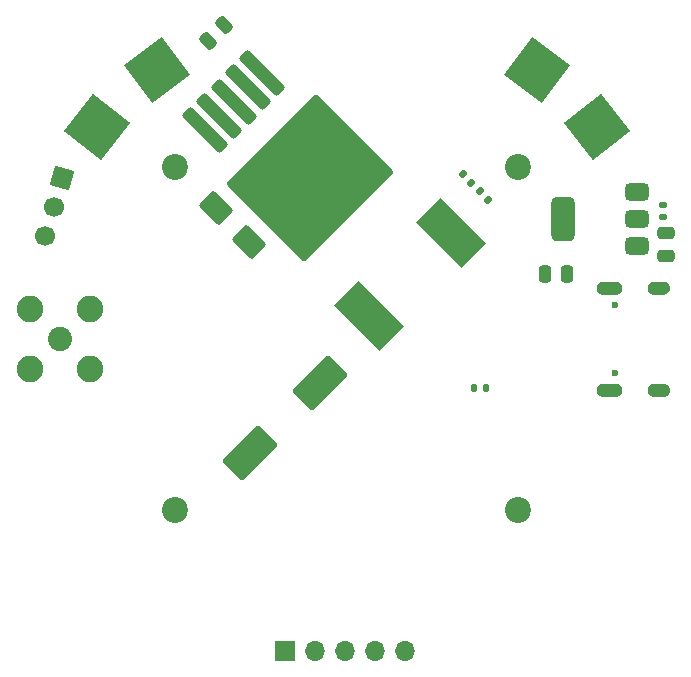
<source format=gbr>
%TF.GenerationSoftware,KiCad,Pcbnew,8.0.1*%
%TF.CreationDate,2024-09-30T12:45:29-07:00*%
%TF.ProjectId,rocketBeaconModule,726f636b-6574-4426-9561-636f6e4d6f64,rev?*%
%TF.SameCoordinates,Original*%
%TF.FileFunction,Soldermask,Bot*%
%TF.FilePolarity,Negative*%
%FSLAX46Y46*%
G04 Gerber Fmt 4.6, Leading zero omitted, Abs format (unit mm)*
G04 Created by KiCad (PCBNEW 8.0.1) date 2024-09-30 12:45:29*
%MOMM*%
%LPD*%
G01*
G04 APERTURE LIST*
G04 Aperture macros list*
%AMRoundRect*
0 Rectangle with rounded corners*
0 $1 Rounding radius*
0 $2 $3 $4 $5 $6 $7 $8 $9 X,Y pos of 4 corners*
0 Add a 4 corners polygon primitive as box body*
4,1,4,$2,$3,$4,$5,$6,$7,$8,$9,$2,$3,0*
0 Add four circle primitives for the rounded corners*
1,1,$1+$1,$2,$3*
1,1,$1+$1,$4,$5*
1,1,$1+$1,$6,$7*
1,1,$1+$1,$8,$9*
0 Add four rect primitives between the rounded corners*
20,1,$1+$1,$2,$3,$4,$5,0*
20,1,$1+$1,$4,$5,$6,$7,0*
20,1,$1+$1,$6,$7,$8,$9,0*
20,1,$1+$1,$8,$9,$2,$3,0*%
%AMHorizOval*
0 Thick line with rounded ends*
0 $1 width*
0 $2 $3 position (X,Y) of the first rounded end (center of the circle)*
0 $4 $5 position (X,Y) of the second rounded end (center of the circle)*
0 Add line between two ends*
20,1,$1,$2,$3,$4,$5,0*
0 Add two circle primitives to create the rounded ends*
1,1,$1,$2,$3*
1,1,$1,$4,$5*%
%AMRotRect*
0 Rectangle, with rotation*
0 The origin of the aperture is its center*
0 $1 length*
0 $2 width*
0 $3 Rotation angle, in degrees counterclockwise*
0 Add horizontal line*
21,1,$1,$2,0,0,$3*%
G04 Aperture macros list end*
%ADD10C,0.010000*%
%ADD11RotRect,2.900000X5.400000X225.000000*%
%ADD12RotRect,1.700000X1.700000X344.000000*%
%ADD13HorizOval,1.700000X0.000000X0.000000X0.000000X0.000000X0*%
%ADD14R,1.700000X1.700000*%
%ADD15O,1.700000X1.700000*%
%ADD16C,2.200000*%
%ADD17RotRect,4.000000X4.000000X37.000000*%
%ADD18C,2.050000*%
%ADD19C,2.250000*%
%ADD20RotRect,4.000000X4.000000X52.000000*%
%ADD21C,0.600000*%
%ADD22RoundRect,0.250000X-0.475000X0.250000X-0.475000X-0.250000X0.475000X-0.250000X0.475000X0.250000X0*%
%ADD23RoundRect,0.250000X-1.166726X0.247487X0.247487X-1.166726X1.166726X-0.247487X-0.247487X1.166726X0*%
%ADD24RoundRect,0.135000X-0.226274X-0.035355X-0.035355X-0.226274X0.226274X0.035355X0.035355X0.226274X0*%
%ADD25RoundRect,0.250000X-0.159099X0.512652X-0.512652X0.159099X0.159099X-0.512652X0.512652X-0.159099X0*%
%ADD26RoundRect,0.375000X0.625000X0.375000X-0.625000X0.375000X-0.625000X-0.375000X0.625000X-0.375000X0*%
%ADD27RoundRect,0.500000X0.500000X1.400000X-0.500000X1.400000X-0.500000X-1.400000X0.500000X-1.400000X0*%
%ADD28RoundRect,0.135000X0.185000X-0.135000X0.185000X0.135000X-0.185000X0.135000X-0.185000X-0.135000X0*%
%ADD29RoundRect,0.135000X0.135000X0.185000X-0.135000X0.185000X-0.135000X-0.185000X0.135000X-0.185000X0*%
%ADD30RoundRect,0.250000X-1.661701X1.237437X1.237437X-1.661701X1.661701X-1.237437X-1.237437X1.661701X0*%
%ADD31RoundRect,0.250002X-6.788222X-0.494975X-0.494975X-6.788222X6.788222X0.494975X0.494975X6.788222X0*%
%ADD32RotRect,4.000000X4.000000X143.000000*%
%ADD33RotRect,4.000000X4.000000X128.000000*%
%ADD34RoundRect,0.250000X-0.671751X-2.085965X2.085965X0.671751X0.671751X2.085965X-2.085965X-0.671751X0*%
%ADD35RoundRect,0.250000X0.250000X0.475000X-0.250000X0.475000X-0.250000X-0.475000X0.250000X-0.475000X0*%
G04 APERTURE END LIST*
D10*
%TO.C,J1*%
X94831000Y-121922000D02*
X94857000Y-121924000D01*
X94883000Y-121927000D01*
X94909001Y-121932000D01*
X94934000Y-121938000D01*
X94960000Y-121945000D01*
X94984000Y-121954000D01*
X95008001Y-121964000D01*
X95032000Y-121975000D01*
X95055000Y-121988000D01*
X95077000Y-122002000D01*
X95099000Y-122016000D01*
X95120000Y-122032001D01*
X95140000Y-122049000D01*
X95159000Y-122067000D01*
X95177000Y-122086000D01*
X95194000Y-122106001D01*
X95210000Y-122127000D01*
X95224000Y-122149000D01*
X95238000Y-122171000D01*
X95251000Y-122194000D01*
X95262000Y-122218000D01*
X95272000Y-122242000D01*
X95281000Y-122266000D01*
X95288000Y-122291999D01*
X95294000Y-122317000D01*
X95299000Y-122343000D01*
X95302000Y-122369000D01*
X95304000Y-122395000D01*
X95305000Y-122421000D01*
X95304000Y-122451000D01*
X95301000Y-122478000D01*
X95297000Y-122504000D01*
X95292000Y-122530000D01*
X95285000Y-122555000D01*
X95278000Y-122580000D01*
X95268000Y-122605000D01*
X95258000Y-122629000D01*
X95246000Y-122652999D01*
X95233000Y-122676000D01*
X95219000Y-122698000D01*
X95203000Y-122720000D01*
X95187000Y-122741000D01*
X95169000Y-122760000D01*
X95151000Y-122779000D01*
X95131000Y-122797000D01*
X95111000Y-122814000D01*
X95090000Y-122830000D01*
X95068000Y-122844000D01*
X95045000Y-122858000D01*
X95021000Y-122870001D01*
X94997000Y-122881000D01*
X94973000Y-122891000D01*
X94948000Y-122899000D01*
X94922000Y-122906000D01*
X94896000Y-122912000D01*
X94869999Y-122916000D01*
X94844000Y-122919000D01*
X94818000Y-122921000D01*
X94795000Y-122921000D01*
X93694999Y-122921000D01*
X93665000Y-122920000D01*
X93640000Y-122917000D01*
X93614000Y-122914000D01*
X93589000Y-122908000D01*
X93563999Y-122902000D01*
X93539000Y-122894000D01*
X93515000Y-122885000D01*
X93491000Y-122875000D01*
X93468000Y-122863000D01*
X93445000Y-122850000D01*
X93422999Y-122836000D01*
X93402001Y-122821000D01*
X93382000Y-122805000D01*
X93362000Y-122788000D01*
X93344000Y-122770000D01*
X93326000Y-122751000D01*
X93310000Y-122731000D01*
X93294000Y-122710000D01*
X93280000Y-122688000D01*
X93267000Y-122666000D01*
X93255000Y-122643000D01*
X93244000Y-122619000D01*
X93235000Y-122595000D01*
X93227000Y-122571000D01*
X93220000Y-122546000D01*
X93214000Y-122520000D01*
X93210000Y-122495000D01*
X93207000Y-122469000D01*
X93205000Y-122443000D01*
X93205000Y-122421000D01*
X93206000Y-122395000D01*
X93208000Y-122369001D01*
X93211000Y-122343000D01*
X93216000Y-122317000D01*
X93222000Y-122292000D01*
X93229000Y-122266000D01*
X93238000Y-122242000D01*
X93248000Y-122218000D01*
X93258999Y-122194000D01*
X93272000Y-122171000D01*
X93286000Y-122149000D01*
X93300000Y-122127000D01*
X93316000Y-122106000D01*
X93333000Y-122086000D01*
X93351000Y-122067000D01*
X93370000Y-122049000D01*
X93390000Y-122032000D01*
X93411001Y-122016000D01*
X93433000Y-122001999D01*
X93455000Y-121988000D01*
X93478000Y-121975000D01*
X93502000Y-121964000D01*
X93526000Y-121954000D01*
X93550000Y-121945000D01*
X93576000Y-121938000D01*
X93601000Y-121932000D01*
X93627000Y-121927000D01*
X93653000Y-121924001D01*
X93679000Y-121922000D01*
X93705000Y-121921000D01*
X94805000Y-121921000D01*
X94831000Y-121922000D01*
G36*
X94831000Y-121922000D02*
G01*
X94857000Y-121924000D01*
X94883000Y-121927000D01*
X94909001Y-121932000D01*
X94934000Y-121938000D01*
X94960000Y-121945000D01*
X94984000Y-121954000D01*
X95008001Y-121964000D01*
X95032000Y-121975000D01*
X95055000Y-121988000D01*
X95077000Y-122002000D01*
X95099000Y-122016000D01*
X95120000Y-122032001D01*
X95140000Y-122049000D01*
X95159000Y-122067000D01*
X95177000Y-122086000D01*
X95194000Y-122106001D01*
X95210000Y-122127000D01*
X95224000Y-122149000D01*
X95238000Y-122171000D01*
X95251000Y-122194000D01*
X95262000Y-122218000D01*
X95272000Y-122242000D01*
X95281000Y-122266000D01*
X95288000Y-122291999D01*
X95294000Y-122317000D01*
X95299000Y-122343000D01*
X95302000Y-122369000D01*
X95304000Y-122395000D01*
X95305000Y-122421000D01*
X95304000Y-122451000D01*
X95301000Y-122478000D01*
X95297000Y-122504000D01*
X95292000Y-122530000D01*
X95285000Y-122555000D01*
X95278000Y-122580000D01*
X95268000Y-122605000D01*
X95258000Y-122629000D01*
X95246000Y-122652999D01*
X95233000Y-122676000D01*
X95219000Y-122698000D01*
X95203000Y-122720000D01*
X95187000Y-122741000D01*
X95169000Y-122760000D01*
X95151000Y-122779000D01*
X95131000Y-122797000D01*
X95111000Y-122814000D01*
X95090000Y-122830000D01*
X95068000Y-122844000D01*
X95045000Y-122858000D01*
X95021000Y-122870001D01*
X94997000Y-122881000D01*
X94973000Y-122891000D01*
X94948000Y-122899000D01*
X94922000Y-122906000D01*
X94896000Y-122912000D01*
X94869999Y-122916000D01*
X94844000Y-122919000D01*
X94818000Y-122921000D01*
X94795000Y-122921000D01*
X93694999Y-122921000D01*
X93665000Y-122920000D01*
X93640000Y-122917000D01*
X93614000Y-122914000D01*
X93589000Y-122908000D01*
X93563999Y-122902000D01*
X93539000Y-122894000D01*
X93515000Y-122885000D01*
X93491000Y-122875000D01*
X93468000Y-122863000D01*
X93445000Y-122850000D01*
X93422999Y-122836000D01*
X93402001Y-122821000D01*
X93382000Y-122805000D01*
X93362000Y-122788000D01*
X93344000Y-122770000D01*
X93326000Y-122751000D01*
X93310000Y-122731000D01*
X93294000Y-122710000D01*
X93280000Y-122688000D01*
X93267000Y-122666000D01*
X93255000Y-122643000D01*
X93244000Y-122619000D01*
X93235000Y-122595000D01*
X93227000Y-122571000D01*
X93220000Y-122546000D01*
X93214000Y-122520000D01*
X93210000Y-122495000D01*
X93207000Y-122469000D01*
X93205000Y-122443000D01*
X93205000Y-122421000D01*
X93206000Y-122395000D01*
X93208000Y-122369001D01*
X93211000Y-122343000D01*
X93216000Y-122317000D01*
X93222000Y-122292000D01*
X93229000Y-122266000D01*
X93238000Y-122242000D01*
X93248000Y-122218000D01*
X93258999Y-122194000D01*
X93272000Y-122171000D01*
X93286000Y-122149000D01*
X93300000Y-122127000D01*
X93316000Y-122106000D01*
X93333000Y-122086000D01*
X93351000Y-122067000D01*
X93370000Y-122049000D01*
X93390000Y-122032000D01*
X93411001Y-122016000D01*
X93433000Y-122001999D01*
X93455000Y-121988000D01*
X93478000Y-121975000D01*
X93502000Y-121964000D01*
X93526000Y-121954000D01*
X93550000Y-121945000D01*
X93576000Y-121938000D01*
X93601000Y-121932000D01*
X93627000Y-121927000D01*
X93653000Y-121924001D01*
X93679000Y-121922000D01*
X93705000Y-121921000D01*
X94805000Y-121921000D01*
X94831000Y-121922000D01*
G37*
X94805000Y-130571000D02*
X94831000Y-130572000D01*
X94857000Y-130574000D01*
X94883000Y-130577000D01*
X94909000Y-130582000D01*
X94934000Y-130588000D01*
X94960000Y-130595000D01*
X94984001Y-130604000D01*
X95008000Y-130614000D01*
X95032000Y-130625000D01*
X95055000Y-130638000D01*
X95077000Y-130652001D01*
X95099000Y-130666000D01*
X95120000Y-130682000D01*
X95140000Y-130699000D01*
X95159000Y-130717000D01*
X95177000Y-130736000D01*
X95194000Y-130756000D01*
X95210000Y-130777000D01*
X95224000Y-130799000D01*
X95238000Y-130821000D01*
X95251000Y-130844001D01*
X95262000Y-130868000D01*
X95272000Y-130892000D01*
X95281000Y-130916000D01*
X95288000Y-130942000D01*
X95294000Y-130967000D01*
X95299000Y-130993000D01*
X95302000Y-131019000D01*
X95304000Y-131045000D01*
X95305000Y-131071000D01*
X95304000Y-131097000D01*
X95302000Y-131123000D01*
X95299000Y-131149000D01*
X95294000Y-131175000D01*
X95288000Y-131200001D01*
X95281000Y-131226000D01*
X95272000Y-131250000D01*
X95262000Y-131274000D01*
X95251000Y-131298000D01*
X95238000Y-131321000D01*
X95224000Y-131343000D01*
X95210000Y-131365000D01*
X95194000Y-131385999D01*
X95177000Y-131406000D01*
X95159000Y-131425000D01*
X95140000Y-131443000D01*
X95120000Y-131459999D01*
X95099000Y-131476000D01*
X95077000Y-131490000D01*
X95055000Y-131504000D01*
X95032000Y-131517000D01*
X95008001Y-131528000D01*
X94984000Y-131538000D01*
X94960000Y-131547000D01*
X94934000Y-131554000D01*
X94909001Y-131560000D01*
X94883000Y-131565000D01*
X94857000Y-131568000D01*
X94831000Y-131570000D01*
X94805000Y-131571000D01*
X93705000Y-131571000D01*
X93679000Y-131570000D01*
X93653000Y-131567999D01*
X93627000Y-131565000D01*
X93601000Y-131560000D01*
X93576000Y-131554000D01*
X93550000Y-131547000D01*
X93526000Y-131538000D01*
X93502000Y-131528000D01*
X93478000Y-131517000D01*
X93455000Y-131504000D01*
X93433000Y-131490001D01*
X93411001Y-131476000D01*
X93390000Y-131460000D01*
X93370000Y-131443000D01*
X93351000Y-131425000D01*
X93333000Y-131406000D01*
X93316000Y-131386000D01*
X93300000Y-131365000D01*
X93286000Y-131343000D01*
X93272000Y-131321000D01*
X93258999Y-131298000D01*
X93248000Y-131274000D01*
X93238000Y-131250000D01*
X93229000Y-131226000D01*
X93222000Y-131200000D01*
X93216000Y-131175000D01*
X93211000Y-131149000D01*
X93208000Y-131122999D01*
X93206000Y-131097000D01*
X93205000Y-131071000D01*
X93206000Y-131045000D01*
X93208000Y-131019000D01*
X93211000Y-130993000D01*
X93216000Y-130967000D01*
X93221999Y-130942000D01*
X93229000Y-130916000D01*
X93238000Y-130892000D01*
X93248000Y-130868000D01*
X93259000Y-130844000D01*
X93272000Y-130821000D01*
X93286000Y-130799000D01*
X93300000Y-130777000D01*
X93316000Y-130756000D01*
X93333000Y-130736000D01*
X93351000Y-130717000D01*
X93370000Y-130699000D01*
X93390000Y-130682000D01*
X93411000Y-130666000D01*
X93433000Y-130652000D01*
X93455000Y-130638000D01*
X93478000Y-130625000D01*
X93502000Y-130614000D01*
X93526000Y-130604000D01*
X93549999Y-130595000D01*
X93576000Y-130588000D01*
X93601000Y-130582001D01*
X93627000Y-130577000D01*
X93653000Y-130574000D01*
X93679000Y-130572000D01*
X93705000Y-130570999D01*
X94805000Y-130571000D01*
G36*
X94805000Y-130571000D02*
G01*
X94831000Y-130572000D01*
X94857000Y-130574000D01*
X94883000Y-130577000D01*
X94909000Y-130582000D01*
X94934000Y-130588000D01*
X94960000Y-130595000D01*
X94984001Y-130604000D01*
X95008000Y-130614000D01*
X95032000Y-130625000D01*
X95055000Y-130638000D01*
X95077000Y-130652001D01*
X95099000Y-130666000D01*
X95120000Y-130682000D01*
X95140000Y-130699000D01*
X95159000Y-130717000D01*
X95177000Y-130736000D01*
X95194000Y-130756000D01*
X95210000Y-130777000D01*
X95224000Y-130799000D01*
X95238000Y-130821000D01*
X95251000Y-130844001D01*
X95262000Y-130868000D01*
X95272000Y-130892000D01*
X95281000Y-130916000D01*
X95288000Y-130942000D01*
X95294000Y-130967000D01*
X95299000Y-130993000D01*
X95302000Y-131019000D01*
X95304000Y-131045000D01*
X95305000Y-131071000D01*
X95304000Y-131097000D01*
X95302000Y-131123000D01*
X95299000Y-131149000D01*
X95294000Y-131175000D01*
X95288000Y-131200001D01*
X95281000Y-131226000D01*
X95272000Y-131250000D01*
X95262000Y-131274000D01*
X95251000Y-131298000D01*
X95238000Y-131321000D01*
X95224000Y-131343000D01*
X95210000Y-131365000D01*
X95194000Y-131385999D01*
X95177000Y-131406000D01*
X95159000Y-131425000D01*
X95140000Y-131443000D01*
X95120000Y-131459999D01*
X95099000Y-131476000D01*
X95077000Y-131490000D01*
X95055000Y-131504000D01*
X95032000Y-131517000D01*
X95008001Y-131528000D01*
X94984000Y-131538000D01*
X94960000Y-131547000D01*
X94934000Y-131554000D01*
X94909001Y-131560000D01*
X94883000Y-131565000D01*
X94857000Y-131568000D01*
X94831000Y-131570000D01*
X94805000Y-131571000D01*
X93705000Y-131571000D01*
X93679000Y-131570000D01*
X93653000Y-131567999D01*
X93627000Y-131565000D01*
X93601000Y-131560000D01*
X93576000Y-131554000D01*
X93550000Y-131547000D01*
X93526000Y-131538000D01*
X93502000Y-131528000D01*
X93478000Y-131517000D01*
X93455000Y-131504000D01*
X93433000Y-131490001D01*
X93411001Y-131476000D01*
X93390000Y-131460000D01*
X93370000Y-131443000D01*
X93351000Y-131425000D01*
X93333000Y-131406000D01*
X93316000Y-131386000D01*
X93300000Y-131365000D01*
X93286000Y-131343000D01*
X93272000Y-131321000D01*
X93258999Y-131298000D01*
X93248000Y-131274000D01*
X93238000Y-131250000D01*
X93229000Y-131226000D01*
X93222000Y-131200000D01*
X93216000Y-131175000D01*
X93211000Y-131149000D01*
X93208000Y-131122999D01*
X93206000Y-131097000D01*
X93205000Y-131071000D01*
X93206000Y-131045000D01*
X93208000Y-131019000D01*
X93211000Y-130993000D01*
X93216000Y-130967000D01*
X93221999Y-130942000D01*
X93229000Y-130916000D01*
X93238000Y-130892000D01*
X93248000Y-130868000D01*
X93259000Y-130844000D01*
X93272000Y-130821000D01*
X93286000Y-130799000D01*
X93300000Y-130777000D01*
X93316000Y-130756000D01*
X93333000Y-130736000D01*
X93351000Y-130717000D01*
X93370000Y-130699000D01*
X93390000Y-130682000D01*
X93411000Y-130666000D01*
X93433000Y-130652000D01*
X93455000Y-130638000D01*
X93478000Y-130625000D01*
X93502000Y-130614000D01*
X93526000Y-130604000D01*
X93549999Y-130595000D01*
X93576000Y-130588000D01*
X93601000Y-130582001D01*
X93627000Y-130577000D01*
X93653000Y-130574000D01*
X93679000Y-130572000D01*
X93705000Y-130570999D01*
X94805000Y-130571000D01*
G37*
X98851000Y-121921999D02*
X98877000Y-121924000D01*
X98903000Y-121926999D01*
X98929000Y-121932000D01*
X98954000Y-121938000D01*
X98980000Y-121945000D01*
X99004000Y-121954000D01*
X99028000Y-121964000D01*
X99051999Y-121975000D01*
X99074999Y-121988000D01*
X99097000Y-122002000D01*
X99119000Y-122016000D01*
X99140000Y-122032000D01*
X99160000Y-122049000D01*
X99179000Y-122067000D01*
X99197000Y-122086000D01*
X99214000Y-122106000D01*
X99230000Y-122127000D01*
X99244000Y-122149001D01*
X99257999Y-122171000D01*
X99271000Y-122194000D01*
X99282000Y-122218000D01*
X99292001Y-122242000D01*
X99301000Y-122266000D01*
X99308000Y-122292000D01*
X99314000Y-122317000D01*
X99319000Y-122343000D01*
X99322000Y-122369000D01*
X99324000Y-122394999D01*
X99325000Y-122421000D01*
X99324000Y-122447000D01*
X99322000Y-122473000D01*
X99319000Y-122499000D01*
X99314000Y-122525000D01*
X99308000Y-122550000D01*
X99301000Y-122576000D01*
X99292000Y-122600000D01*
X99282000Y-122624000D01*
X99271000Y-122648000D01*
X99258000Y-122671000D01*
X99244000Y-122693000D01*
X99230000Y-122715001D01*
X99214000Y-122736000D01*
X99196999Y-122756000D01*
X99179000Y-122774999D01*
X99160000Y-122792999D01*
X99140000Y-122810000D01*
X99119001Y-122826000D01*
X99097000Y-122840000D01*
X99075000Y-122854000D01*
X99052000Y-122867000D01*
X99027999Y-122878000D01*
X99004000Y-122888000D01*
X98980000Y-122897000D01*
X98954000Y-122904000D01*
X98929000Y-122910000D01*
X98903000Y-122915000D01*
X98877000Y-122918000D01*
X98851000Y-122920000D01*
X98825000Y-122921000D01*
X98025000Y-122921000D01*
X97999000Y-122920000D01*
X97973000Y-122918000D01*
X97947000Y-122915000D01*
X97921000Y-122910000D01*
X97896000Y-122904000D01*
X97870000Y-122897000D01*
X97846000Y-122888000D01*
X97822001Y-122878000D01*
X97798000Y-122867000D01*
X97775000Y-122854000D01*
X97753000Y-122840000D01*
X97730999Y-122826000D01*
X97710000Y-122810000D01*
X97690000Y-122792999D01*
X97671000Y-122774999D01*
X97653001Y-122756000D01*
X97636000Y-122736000D01*
X97620000Y-122715001D01*
X97606000Y-122693000D01*
X97592000Y-122671000D01*
X97579000Y-122648000D01*
X97568000Y-122624000D01*
X97558000Y-122600000D01*
X97549000Y-122576000D01*
X97542000Y-122550000D01*
X97536000Y-122525000D01*
X97531000Y-122499000D01*
X97528000Y-122473000D01*
X97526000Y-122447000D01*
X97525000Y-122421000D01*
X97526000Y-122394999D01*
X97528000Y-122369000D01*
X97531000Y-122343000D01*
X97536000Y-122317000D01*
X97542000Y-122292000D01*
X97549000Y-122266000D01*
X97557999Y-122242000D01*
X97568000Y-122218000D01*
X97579000Y-122194000D01*
X97592001Y-122171000D01*
X97606000Y-122149001D01*
X97620000Y-122127000D01*
X97636000Y-122106000D01*
X97653000Y-122086000D01*
X97671000Y-122067000D01*
X97690000Y-122049000D01*
X97710000Y-122032000D01*
X97731000Y-122016000D01*
X97753000Y-122002000D01*
X97775001Y-121988000D01*
X97798001Y-121975000D01*
X97822000Y-121964000D01*
X97846000Y-121954000D01*
X97870000Y-121945000D01*
X97896000Y-121938000D01*
X97921000Y-121932000D01*
X97947000Y-121926999D01*
X97973000Y-121924000D01*
X97999000Y-121921999D01*
X98025000Y-121921000D01*
X98825000Y-121921000D01*
X98851000Y-121921999D01*
G36*
X98851000Y-121921999D02*
G01*
X98877000Y-121924000D01*
X98903000Y-121926999D01*
X98929000Y-121932000D01*
X98954000Y-121938000D01*
X98980000Y-121945000D01*
X99004000Y-121954000D01*
X99028000Y-121964000D01*
X99051999Y-121975000D01*
X99074999Y-121988000D01*
X99097000Y-122002000D01*
X99119000Y-122016000D01*
X99140000Y-122032000D01*
X99160000Y-122049000D01*
X99179000Y-122067000D01*
X99197000Y-122086000D01*
X99214000Y-122106000D01*
X99230000Y-122127000D01*
X99244000Y-122149001D01*
X99257999Y-122171000D01*
X99271000Y-122194000D01*
X99282000Y-122218000D01*
X99292001Y-122242000D01*
X99301000Y-122266000D01*
X99308000Y-122292000D01*
X99314000Y-122317000D01*
X99319000Y-122343000D01*
X99322000Y-122369000D01*
X99324000Y-122394999D01*
X99325000Y-122421000D01*
X99324000Y-122447000D01*
X99322000Y-122473000D01*
X99319000Y-122499000D01*
X99314000Y-122525000D01*
X99308000Y-122550000D01*
X99301000Y-122576000D01*
X99292000Y-122600000D01*
X99282000Y-122624000D01*
X99271000Y-122648000D01*
X99258000Y-122671000D01*
X99244000Y-122693000D01*
X99230000Y-122715001D01*
X99214000Y-122736000D01*
X99196999Y-122756000D01*
X99179000Y-122774999D01*
X99160000Y-122792999D01*
X99140000Y-122810000D01*
X99119001Y-122826000D01*
X99097000Y-122840000D01*
X99075000Y-122854000D01*
X99052000Y-122867000D01*
X99027999Y-122878000D01*
X99004000Y-122888000D01*
X98980000Y-122897000D01*
X98954000Y-122904000D01*
X98929000Y-122910000D01*
X98903000Y-122915000D01*
X98877000Y-122918000D01*
X98851000Y-122920000D01*
X98825000Y-122921000D01*
X98025000Y-122921000D01*
X97999000Y-122920000D01*
X97973000Y-122918000D01*
X97947000Y-122915000D01*
X97921000Y-122910000D01*
X97896000Y-122904000D01*
X97870000Y-122897000D01*
X97846000Y-122888000D01*
X97822001Y-122878000D01*
X97798000Y-122867000D01*
X97775000Y-122854000D01*
X97753000Y-122840000D01*
X97730999Y-122826000D01*
X97710000Y-122810000D01*
X97690000Y-122792999D01*
X97671000Y-122774999D01*
X97653001Y-122756000D01*
X97636000Y-122736000D01*
X97620000Y-122715001D01*
X97606000Y-122693000D01*
X97592000Y-122671000D01*
X97579000Y-122648000D01*
X97568000Y-122624000D01*
X97558000Y-122600000D01*
X97549000Y-122576000D01*
X97542000Y-122550000D01*
X97536000Y-122525000D01*
X97531000Y-122499000D01*
X97528000Y-122473000D01*
X97526000Y-122447000D01*
X97525000Y-122421000D01*
X97526000Y-122394999D01*
X97528000Y-122369000D01*
X97531000Y-122343000D01*
X97536000Y-122317000D01*
X97542000Y-122292000D01*
X97549000Y-122266000D01*
X97557999Y-122242000D01*
X97568000Y-122218000D01*
X97579000Y-122194000D01*
X97592001Y-122171000D01*
X97606000Y-122149001D01*
X97620000Y-122127000D01*
X97636000Y-122106000D01*
X97653000Y-122086000D01*
X97671000Y-122067000D01*
X97690000Y-122049000D01*
X97710000Y-122032000D01*
X97731000Y-122016000D01*
X97753000Y-122002000D01*
X97775001Y-121988000D01*
X97798001Y-121975000D01*
X97822000Y-121964000D01*
X97846000Y-121954000D01*
X97870000Y-121945000D01*
X97896000Y-121938000D01*
X97921000Y-121932000D01*
X97947000Y-121926999D01*
X97973000Y-121924000D01*
X97999000Y-121921999D01*
X98025000Y-121921000D01*
X98825000Y-121921000D01*
X98851000Y-121921999D01*
G37*
X98851000Y-130572000D02*
X98877000Y-130574000D01*
X98903000Y-130577000D01*
X98929000Y-130582000D01*
X98954000Y-130588000D01*
X98980000Y-130595000D01*
X99004000Y-130604000D01*
X99027999Y-130614000D01*
X99052000Y-130625000D01*
X99075000Y-130638000D01*
X99097000Y-130652000D01*
X99119001Y-130666000D01*
X99140000Y-130682000D01*
X99160000Y-130699001D01*
X99179000Y-130717001D01*
X99196999Y-130736000D01*
X99214000Y-130756000D01*
X99230000Y-130776999D01*
X99244000Y-130799000D01*
X99258000Y-130821000D01*
X99271000Y-130844000D01*
X99282000Y-130868000D01*
X99292000Y-130892000D01*
X99301000Y-130916000D01*
X99308000Y-130942000D01*
X99314000Y-130967000D01*
X99319000Y-130993000D01*
X99322000Y-131019000D01*
X99324000Y-131045000D01*
X99325000Y-131071000D01*
X99324000Y-131097001D01*
X99322000Y-131123000D01*
X99319000Y-131149000D01*
X99314000Y-131175000D01*
X99308000Y-131200000D01*
X99301000Y-131226000D01*
X99292001Y-131250000D01*
X99282000Y-131274000D01*
X99271000Y-131298000D01*
X99257999Y-131321000D01*
X99244000Y-131342999D01*
X99230000Y-131365000D01*
X99214000Y-131386000D01*
X99197000Y-131406000D01*
X99179000Y-131425000D01*
X99160000Y-131443000D01*
X99140000Y-131460000D01*
X99119000Y-131476000D01*
X99097000Y-131490000D01*
X99074999Y-131504000D01*
X99051999Y-131517000D01*
X99028000Y-131528000D01*
X99004000Y-131538000D01*
X98980000Y-131547000D01*
X98954000Y-131554000D01*
X98929000Y-131560000D01*
X98903000Y-131565001D01*
X98877000Y-131568000D01*
X98851000Y-131570001D01*
X98825000Y-131571000D01*
X98025000Y-131571000D01*
X97999000Y-131570001D01*
X97973000Y-131568000D01*
X97947000Y-131565001D01*
X97921000Y-131560000D01*
X97896000Y-131554000D01*
X97870000Y-131547000D01*
X97846000Y-131538000D01*
X97822000Y-131528000D01*
X97798001Y-131517000D01*
X97775001Y-131504000D01*
X97753000Y-131490000D01*
X97731000Y-131476000D01*
X97710000Y-131460000D01*
X97690000Y-131443000D01*
X97671000Y-131425000D01*
X97653000Y-131406000D01*
X97636000Y-131386000D01*
X97620000Y-131365000D01*
X97606000Y-131342999D01*
X97592001Y-131321000D01*
X97579000Y-131298000D01*
X97568000Y-131274000D01*
X97557999Y-131250000D01*
X97549000Y-131226000D01*
X97542000Y-131200000D01*
X97536000Y-131175000D01*
X97531000Y-131149000D01*
X97528000Y-131123000D01*
X97526000Y-131097001D01*
X97525000Y-131071000D01*
X97526000Y-131045000D01*
X97528000Y-131019000D01*
X97531000Y-130993000D01*
X97536000Y-130967000D01*
X97542000Y-130942000D01*
X97549000Y-130916000D01*
X97558000Y-130892000D01*
X97568000Y-130868000D01*
X97579000Y-130844000D01*
X97592000Y-130821000D01*
X97606000Y-130799000D01*
X97620000Y-130776999D01*
X97636000Y-130756000D01*
X97653001Y-130736000D01*
X97671000Y-130717001D01*
X97690000Y-130699001D01*
X97710000Y-130682000D01*
X97730999Y-130666000D01*
X97753000Y-130652000D01*
X97775000Y-130638000D01*
X97798000Y-130625000D01*
X97822001Y-130614000D01*
X97846000Y-130604000D01*
X97870000Y-130595000D01*
X97896000Y-130588000D01*
X97921000Y-130582000D01*
X97947000Y-130577000D01*
X97973000Y-130574000D01*
X97999000Y-130572000D01*
X98025000Y-130571000D01*
X98825000Y-130571000D01*
X98851000Y-130572000D01*
G36*
X98851000Y-130572000D02*
G01*
X98877000Y-130574000D01*
X98903000Y-130577000D01*
X98929000Y-130582000D01*
X98954000Y-130588000D01*
X98980000Y-130595000D01*
X99004000Y-130604000D01*
X99027999Y-130614000D01*
X99052000Y-130625000D01*
X99075000Y-130638000D01*
X99097000Y-130652000D01*
X99119001Y-130666000D01*
X99140000Y-130682000D01*
X99160000Y-130699001D01*
X99179000Y-130717001D01*
X99196999Y-130736000D01*
X99214000Y-130756000D01*
X99230000Y-130776999D01*
X99244000Y-130799000D01*
X99258000Y-130821000D01*
X99271000Y-130844000D01*
X99282000Y-130868000D01*
X99292000Y-130892000D01*
X99301000Y-130916000D01*
X99308000Y-130942000D01*
X99314000Y-130967000D01*
X99319000Y-130993000D01*
X99322000Y-131019000D01*
X99324000Y-131045000D01*
X99325000Y-131071000D01*
X99324000Y-131097001D01*
X99322000Y-131123000D01*
X99319000Y-131149000D01*
X99314000Y-131175000D01*
X99308000Y-131200000D01*
X99301000Y-131226000D01*
X99292001Y-131250000D01*
X99282000Y-131274000D01*
X99271000Y-131298000D01*
X99257999Y-131321000D01*
X99244000Y-131342999D01*
X99230000Y-131365000D01*
X99214000Y-131386000D01*
X99197000Y-131406000D01*
X99179000Y-131425000D01*
X99160000Y-131443000D01*
X99140000Y-131460000D01*
X99119000Y-131476000D01*
X99097000Y-131490000D01*
X99074999Y-131504000D01*
X99051999Y-131517000D01*
X99028000Y-131528000D01*
X99004000Y-131538000D01*
X98980000Y-131547000D01*
X98954000Y-131554000D01*
X98929000Y-131560000D01*
X98903000Y-131565001D01*
X98877000Y-131568000D01*
X98851000Y-131570001D01*
X98825000Y-131571000D01*
X98025000Y-131571000D01*
X97999000Y-131570001D01*
X97973000Y-131568000D01*
X97947000Y-131565001D01*
X97921000Y-131560000D01*
X97896000Y-131554000D01*
X97870000Y-131547000D01*
X97846000Y-131538000D01*
X97822000Y-131528000D01*
X97798001Y-131517000D01*
X97775001Y-131504000D01*
X97753000Y-131490000D01*
X97731000Y-131476000D01*
X97710000Y-131460000D01*
X97690000Y-131443000D01*
X97671000Y-131425000D01*
X97653000Y-131406000D01*
X97636000Y-131386000D01*
X97620000Y-131365000D01*
X97606000Y-131342999D01*
X97592001Y-131321000D01*
X97579000Y-131298000D01*
X97568000Y-131274000D01*
X97557999Y-131250000D01*
X97549000Y-131226000D01*
X97542000Y-131200000D01*
X97536000Y-131175000D01*
X97531000Y-131149000D01*
X97528000Y-131123000D01*
X97526000Y-131097001D01*
X97525000Y-131071000D01*
X97526000Y-131045000D01*
X97528000Y-131019000D01*
X97531000Y-130993000D01*
X97536000Y-130967000D01*
X97542000Y-130942000D01*
X97549000Y-130916000D01*
X97558000Y-130892000D01*
X97568000Y-130868000D01*
X97579000Y-130844000D01*
X97592000Y-130821000D01*
X97606000Y-130799000D01*
X97620000Y-130776999D01*
X97636000Y-130756000D01*
X97653001Y-130736000D01*
X97671000Y-130717001D01*
X97690000Y-130699001D01*
X97710000Y-130682000D01*
X97730999Y-130666000D01*
X97753000Y-130652000D01*
X97775000Y-130638000D01*
X97798000Y-130625000D01*
X97822001Y-130614000D01*
X97846000Y-130604000D01*
X97870000Y-130595000D01*
X97896000Y-130588000D01*
X97921000Y-130582000D01*
X97947000Y-130577000D01*
X97973000Y-130574000D01*
X97999000Y-130572000D01*
X98025000Y-130571000D01*
X98825000Y-130571000D01*
X98851000Y-130572000D01*
G37*
%TD*%
D11*
%TO.C,L8*%
X80919379Y-117810221D03*
X73919021Y-124810579D03*
%TD*%
D12*
%TO.C,J6*%
X47939985Y-113151652D03*
D13*
X47239865Y-115593256D03*
X46539748Y-118034859D03*
%TD*%
D14*
%TO.C,SWD1*%
X66802000Y-153162000D03*
D15*
X69342000Y-153162000D03*
X71881999Y-153162000D03*
X74422000Y-153162000D03*
X76962000Y-153162000D03*
%TD*%
D16*
%TO.C,H1*%
X86512400Y-141224000D03*
%TD*%
%TO.C,H2*%
X57505600Y-112217200D03*
%TD*%
D17*
%TO.C,J4*%
X56007000Y-104013000D03*
%TD*%
D18*
%TO.C,P1*%
X47752000Y-126746000D03*
D19*
X45212000Y-124206000D03*
X45212000Y-129286000D03*
X50292000Y-124206000D03*
X50292000Y-129286000D03*
%TD*%
D20*
%TO.C,J5*%
X50927000Y-108839000D03*
%TD*%
D16*
%TO.C,H4*%
X86512400Y-112217200D03*
%TD*%
%TO.C,H3*%
X57505600Y-141224000D03*
%TD*%
D21*
%TO.C,J1*%
X94745000Y-129636001D03*
X94745000Y-123855999D03*
%TD*%
D22*
%TO.C,C48*%
X99060000Y-117795001D03*
X99060000Y-119694999D03*
%TD*%
D23*
%TO.C,D6*%
X60942786Y-115679786D03*
X63771214Y-118508214D03*
%TD*%
D24*
%TO.C,R17*%
X83306976Y-114244176D03*
X84028224Y-114965424D03*
%TD*%
D25*
%TO.C,C45*%
X61631751Y-100166249D03*
X60288249Y-101509751D03*
%TD*%
D24*
%TO.C,R16*%
X81884576Y-112821776D03*
X82605824Y-113543024D03*
%TD*%
D26*
%TO.C,U6*%
X96622000Y-114286000D03*
X96621999Y-116586000D03*
D27*
X90322001Y-116586000D03*
D26*
X96622000Y-118886000D03*
%TD*%
D28*
%TO.C,R18*%
X98806000Y-116460999D03*
X98806000Y-115441001D03*
%TD*%
D29*
%TO.C,R1*%
X83822000Y-130937000D03*
X82802000Y-130937000D03*
%TD*%
D30*
%TO.C,U5*%
X60060295Y-109064621D03*
X61262377Y-107862540D03*
X62464458Y-106660458D03*
D31*
X68934485Y-113130485D03*
D30*
X63666540Y-105458377D03*
X64868621Y-104256295D03*
%TD*%
D32*
%TO.C,J2*%
X88138000Y-104013000D03*
%TD*%
D33*
%TO.C,J3*%
X93218000Y-108839000D03*
%TD*%
D34*
%TO.C,C46*%
X63831966Y-136421635D03*
X69771662Y-130481939D03*
%TD*%
D35*
%TO.C,C47*%
X90739000Y-121285000D03*
X88839000Y-121285000D03*
%TD*%
M02*

</source>
